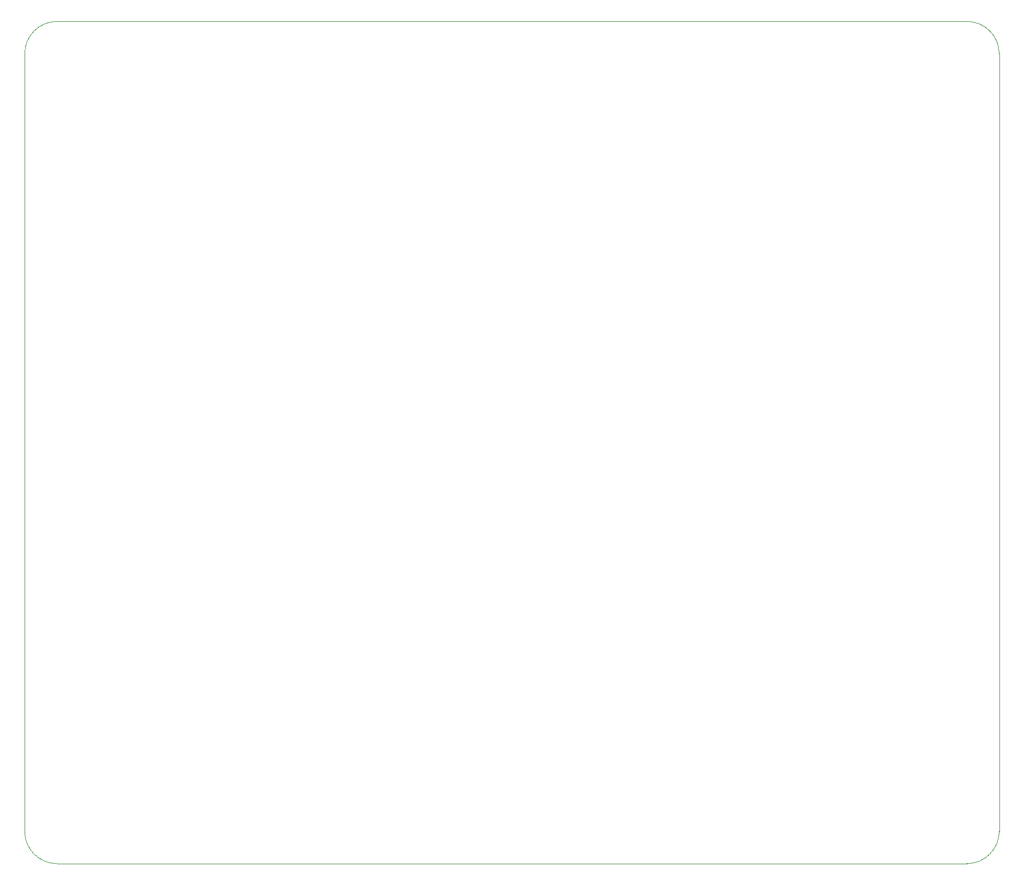
<source format=gm1>
G04 #@! TF.FileFunction,Profile,NP*
%FSLAX46Y46*%
G04 Gerber Fmt 4.6, Leading zero omitted, Abs format (unit mm)*
G04 Created by KiCad (PCBNEW 4.0.7-e2-6376~60~ubuntu17.10.1) date Fri Nov 10 10:24:04 2017*
%MOMM*%
%LPD*%
G01*
G04 APERTURE LIST*
%ADD10C,0.100000*%
G04 APERTURE END LIST*
D10*
X69900000Y-151550000D02*
X69900000Y-30950000D01*
X215900000Y-156550000D02*
X74900000Y-156550000D01*
X220900000Y-30950000D02*
X220900000Y-151550000D01*
X74900000Y-25950000D02*
X215900000Y-25950000D01*
X74900000Y-25950000D02*
G75*
G03X69900000Y-30950000I0J-5000000D01*
G01*
X220900000Y-30950000D02*
G75*
G03X215900000Y-25950000I-5000000J0D01*
G01*
X215900000Y-156550000D02*
G75*
G03X220900000Y-151550000I0J5000000D01*
G01*
X69900000Y-151550000D02*
G75*
G03X74900000Y-156550000I5000000J0D01*
G01*
M02*

</source>
